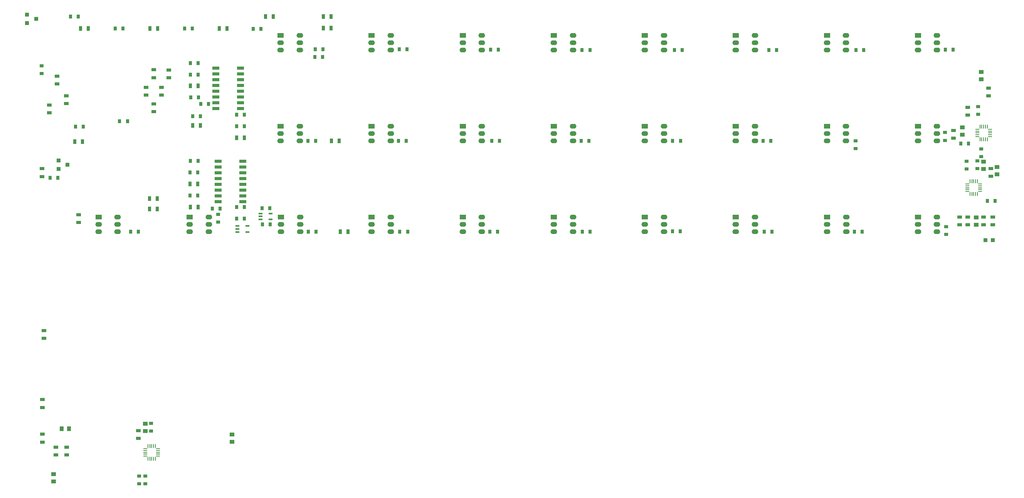
<source format=gtp>
%FSLAX33Y33*%
%MOMM*%
%AMRect-W741421-H941421-RO1.000*
21,1,0.741421,0.941421,0.,0.,180*%
%AMRR-H1089615-W1469615-R544807-RO0.000*
21,1,0.380001,1.089615,0.,0.,360*
21,1,1.469615,0.000001,0.,0.,360*
1,1,1.089614,-0.1900005,0.0000005*
1,1,1.089614,0.1900005,0.0000005*
1,1,1.089614,0.1900005,-0.0000005*
1,1,1.089614,-0.1900005,-0.0000005*%
%AMRR-H192474-W893701-R96237-RO0.000*
21,1,0.701227,0.192474,0.,0.,360*
1,1,0.192474,-0.3506135,0.*
1,1,0.192474,0.3506135,0.*
1,1,0.192474,0.3506135,-0.*
1,1,0.192474,-0.3506135,0.*%
%AMRR-H893701-W192474-R96237-RO0.000*
21,1,0.192474,0.701227,0.,0.,360*
1,1,0.192474,0.,0.3506135*
1,1,0.192474,0.,0.3506135*
1,1,0.192474,0.,-0.3506135*
1,1,0.192474,-0.,-0.3506135*%
%AMRect-W670710-H870710-RO0.500*
21,1,0.67071,0.87071,0.,0.,270*%
%AMRect-W741421-H941421-RO1.500*
21,1,0.741421,0.941421,0.,0.,90*%
%AMRect-W800000-H900000-RO0.500*
21,1,0.8,0.9,0.,0.,270*%
%AMRect-W350000-H850000-RO0.500*
21,1,0.35,0.85,0.,0.,270*%
%AMRect-W741421-H941421-RO0.500*
21,1,0.741421,0.941421,0.,0.,270*%
%AMRect-W670710-H870710-RO1.000*
21,1,0.67071,0.87071,0.,0.,180*%
%AMRect-W670710-H870710-RO1.500*
21,1,0.67071,0.87071,0.,0.,90*%
%AMRect-W842120-H941421-RO1.500*
21,1,0.84212,0.941421,0.,0.,90*%
%AMRect-W893701-H192474-RO1.000*
21,1,0.893701,0.192474,0.,0.,180*%
%AMRR-H192474-W893701-R96237-RO1.000*
21,1,0.701227,0.192474,0.,0.,180*
1,1,0.192474,0.3506135,-0.*
1,1,0.192474,-0.3506135,-0.*
1,1,0.192474,-0.3506135,0.*
1,1,0.192474,0.3506135,0.*%
%AMRR-H893701-W192474-R96237-RO1.000*
21,1,0.192474,0.701227,0.,0.,180*
1,1,0.192474,0.,-0.3506135*
1,1,0.192474,-0.,-0.3506135*
1,1,0.192474,-0.,0.3506135*
1,1,0.192474,0.,0.3506135*%
%AMRect-W842120-H941421-RO1.000*
21,1,0.84212,0.941421,0.,0.,180*%
%AMRect-W600000-H1500000-RO1.500*
21,1,0.6,1.5,0.,0.,90*%
%AMRect-W842120-H941421-RO0.500*
21,1,0.84212,0.941421,0.,0.,270*%
%ADD10Rect-W741421-H941421-RO1.000*%
%ADD11R,0.67071X0.87071*%
%ADD12R,1.469615X1.089615*%
%ADD13RR-H1089615-W1469615-R544807-RO0.000*%
%ADD14R,0.741421X0.941421*%
%ADD15R,0.893701X0.192474*%
%ADD16RR-H192474-W893701-R96237-RO0.000*%
%ADD17RR-H893701-W192474-R96237-RO0.000*%
%ADD18Rect-W670710-H870710-RO0.500*%
%ADD19Rect-W741421-H941421-RO1.500*%
%ADD20Rect-W800000-H900000-RO0.500*%
%ADD21Rect-W350000-H850000-RO0.500*%
%ADD22Rect-W741421-H941421-RO0.500*%
%ADD23Rect-W670710-H870710-RO1.000*%
%ADD24Rect-W670710-H870710-RO1.500*%
%ADD25Rect-W842120-H941421-RO1.500*%
%ADD26Rect-W893701-H192474-RO1.000*%
%ADD27RR-H192474-W893701-R96237-RO1.000*%
%ADD28RR-H893701-W192474-R96237-RO1.000*%
%ADD29Rect-W842120-H941421-RO1.000*%
%ADD30Rect-W600000-H1500000-RO1.500*%
%ADD31Rect-W842120-H941421-RO0.500*%
%ADD32R,0.84212X0.941421*%
D10*
%LNtop paste_traces*%
%LNtop paste component 2cb417fd89b64ff1*%
G01*
X68985Y125755D03*
X67285Y125755D03*
%LNtop paste component cb32256eb6e29e30*%
D11*
X84075Y78445D03*
X85775Y78445D03*
%LNtop paste component 50e8ad344c7d4b8f*%
D12*
X177900Y101645D03*
D13*
X182100Y98445D03*
X177900Y98445D03*
X182100Y101645D03*
X182100Y100045D03*
X177900Y100045D03*
%LNtop paste component 87d4757989b5faab*%
D14*
X48204Y104205D03*
X49904Y104205D03*
%LNtop paste component ac3db5670584ae1c*%
D15*
X210936Y100975D03*
D16*
X210936Y100575D03*
X210936Y100175D03*
X210936Y99775D03*
X210936Y99375D03*
X213714Y99375D03*
X213714Y99775D03*
X213714Y100175D03*
X213714Y100575D03*
X213714Y100975D03*
D17*
X211525Y98786D03*
X211925Y98786D03*
X212325Y98786D03*
X212725Y98786D03*
X213125Y98786D03*
X213125Y101564D03*
X212725Y101564D03*
X212325Y101564D03*
X211925Y101564D03*
X211525Y101564D03*
%LNtop paste component b027ff144b44c17e*%
D18*
X211793Y96669D03*
X211793Y94969D03*
%LNtop paste component 208970e27ef767f2*%
D12*
X97900Y121645D03*
D13*
X102100Y118445D03*
X97900Y118445D03*
X102100Y121645D03*
X102100Y120045D03*
X97900Y120045D03*
%LNtop paste component e6c093e4fb0ef7fd*%
D12*
X137900Y101645D03*
D13*
X142100Y98445D03*
X137900Y98445D03*
X142100Y101645D03*
X142100Y100045D03*
X137900Y100045D03*
%LNtop paste component 7f1e47caf152ae98*%
D11*
X65480Y118554D03*
X67180Y118554D03*
%LNtop paste component 58a1288a180aeb08*%
D19*
X207025Y79938D03*
X207025Y81638D03*
%LNtop paste component 101642b7feb7559f*%
D11*
X63950Y78450D03*
X65650Y78450D03*
%LNtop paste component 4aa0ec8f7d4abd44*%
X104300Y98445D03*
X106000Y98445D03*
%LNtop paste component 5dcb23a1593b6b07*%
D20*
X2200Y126200D03*
X2200Y124300D03*
X4200Y125250D03*
%LNtop paste component b89bd2635b4bd775*%
D11*
X165125Y118450D03*
X166825Y118450D03*
%LNtop paste component 4039f8620c22d145*%
D18*
X184200Y98445D03*
X184200Y96745D03*
%LNtop paste component 39d65e26780576d4*%
D11*
X164150Y78445D03*
X165850Y78445D03*
%LNtop paste component d38423d823e8d2e1*%
D12*
X17900Y81645D03*
D13*
X22100Y78445D03*
X17900Y78445D03*
X22100Y81645D03*
X22100Y80045D03*
X17900Y80045D03*
%LNtop paste component 6f74c3785349d0d5*%
D11*
X124175Y78445D03*
X125875Y78445D03*
%LNtop paste component 26c1b4b607a29686*%
D18*
X5375Y114925D03*
X5375Y113225D03*
%LNtop paste component 2828c7dc829828af*%
D21*
X53440Y81145D03*
X53440Y81795D03*
X53440Y82445D03*
X55640Y82445D03*
X55640Y81145D03*
%LNtop paste component 19b7ae7034783336*%
D22*
X214348Y81705D03*
X214348Y80005D03*
%LNtop paste component 3cf36ddb64d95e52*%
D19*
X212350Y80005D03*
X212350Y81705D03*
%LNtop paste component 8ce11e64e60d2ce9*%
D11*
X144000Y78554D03*
X145700Y78554D03*
%LNtop paste component ab15ae813f6f3aa1*%
X184275Y118450D03*
X185975Y118450D03*
%LNtop paste component 0e368f23a025e6cc*%
X63900Y98445D03*
X65600Y98445D03*
%LNtop paste component 01c29c7f8cfffb4b*%
X83950Y118575D03*
X85650Y118575D03*
%LNtop paste component 5ebd81450b63c694*%
D12*
X37900Y81645D03*
D13*
X42100Y78445D03*
X37900Y78445D03*
X42100Y81645D03*
X42100Y80045D03*
X37900Y80045D03*
%LNtop paste component e85196ca949464c4*%
D23*
X42083Y106525D03*
X40383Y106525D03*
%LNtop paste component ab6498ba432a0b55*%
D14*
X12850Y101525D03*
X14550Y101525D03*
%LNtop paste component 4f76a2a9eaa2a2fe*%
D12*
X97900Y101645D03*
D13*
X102100Y98445D03*
X97900Y98445D03*
X102100Y101645D03*
X102100Y100045D03*
X97900Y100045D03*
%LNtop paste component 2e9ef28c2831b1bc*%
D12*
X57972Y81645D03*
D13*
X62172Y78445D03*
X57972Y78445D03*
X62172Y81645D03*
X62172Y80045D03*
X57972Y80045D03*
%LNtop paste component 28689b4c8158a79f*%
D10*
X72700Y78445D03*
X71000Y78445D03*
%LNtop paste component 7b562a51c2d66994*%
D11*
X104050Y118475D03*
X105750Y118475D03*
%LNtop paste component 5743672455e10ca4*%
D19*
X28325Y108466D03*
X28325Y110166D03*
%LNtop paste component 44887bd3d44aa71f*%
D22*
X8745Y112675D03*
X8745Y110975D03*
%LNtop paste component 5baf418b44386f3e*%
D10*
X40298Y101841D03*
X38598Y101841D03*
%LNtop paste component 58ee9cc3f79133a6*%
X30850Y123190D03*
X29150Y123190D03*
%LNtop paste component 98269289897f6ba6*%
D18*
X210985Y94005D03*
X210985Y92305D03*
%LNtop paste component a86400f42089c71c*%
D11*
X144025Y98445D03*
X145725Y98445D03*
%LNtop paste component e784ba3ac1935508*%
D19*
X31700Y108466D03*
X31700Y110166D03*
%LNtop paste component c74a98aa77dc13b3*%
D11*
X24930Y78445D03*
X26630Y78445D03*
%LNtop paste component 236cb1eea3aa65ef*%
D14*
X48200Y83885D03*
X49900Y83885D03*
%LNtop paste component 43a2ab67652ac8d7*%
D24*
X203875Y98550D03*
X203875Y100250D03*
%LNtop paste component af7c4f35f2bc9333*%
D25*
X210717Y79955D03*
X210717Y81554D03*
%LNtop paste component b8b07e4af1db7061*%
D10*
X56285Y125755D03*
X54585Y125755D03*
%LNtop paste component 4084996067ccbf65*%
D26*
X211539Y87325D03*
D27*
X211539Y87725D03*
X211539Y88125D03*
X211539Y88525D03*
X211539Y88925D03*
X208761Y88925D03*
X208761Y88525D03*
X208761Y88125D03*
X208761Y87725D03*
X208761Y87325D03*
D28*
X210950Y89514D03*
X210550Y89514D03*
X210150Y89514D03*
X209750Y89514D03*
X209350Y89514D03*
X209350Y86736D03*
X209750Y86736D03*
X210150Y86736D03*
X210550Y86736D03*
X210950Y86736D03*
%LNtop paste component 110faed1cc146b02*%
D19*
X33300Y112326D03*
X33300Y114026D03*
%LNtop paste component 54d0f928f7385337*%
D21*
X48400Y78400D03*
X48400Y79050D03*
X48400Y79700D03*
X50600Y79700D03*
X50600Y78400D03*
%LNtop paste component 22e543a28086d96e*%
D10*
X68985Y123215D03*
X67285Y123215D03*
%LNtop paste component 0711ebfc8202c0ed*%
D11*
X144400Y118425D03*
X146100Y118425D03*
%LNtop paste component ffb1b8a22baaf954*%
D20*
X9085Y94150D03*
X9085Y92250D03*
X11085Y93200D03*
%LNtop paste component 116d0418d04e5f4f*%
D11*
X103850Y78455D03*
X105550Y78455D03*
%LNtop paste component 422269f795c4b49e*%
D25*
X47200Y32250D03*
X47200Y33850D03*
%LNtop paste component 14933e70956be4d4*%
D29*
X11396Y35094D03*
X9797Y35094D03*
%LNtop paste component a9a86f59fad873e5*%
D18*
X28173Y24715D03*
X28173Y23015D03*
%LNtop paste component b8f167eb817f45c9*%
D22*
X13490Y82145D03*
X13490Y80445D03*
%LNtop paste component 8d538f7f95303938*%
D30*
X49575Y85030D03*
X49575Y86300D03*
X49575Y87570D03*
X49575Y88840D03*
X49575Y90110D03*
X49575Y91380D03*
X49575Y92650D03*
X49575Y93920D03*
X44175Y93920D03*
X44175Y92650D03*
X44175Y91380D03*
X44175Y90110D03*
X44175Y88840D03*
X44175Y87570D03*
X44175Y86300D03*
X44175Y85030D03*
%LNtop paste component 8d773e40d9ff8c97*%
D14*
X51867Y123047D03*
X53567Y123047D03*
%LNtop paste component 362fc440c7609de4*%
D12*
X77900Y121645D03*
D13*
X82100Y118445D03*
X77900Y118445D03*
X82100Y121645D03*
X82100Y120045D03*
X77900Y120045D03*
%LNtop paste component 22777a1fd5ef78f6*%
D12*
X157900Y81645D03*
D13*
X162100Y78445D03*
X157900Y78445D03*
X162100Y81645D03*
X162100Y80045D03*
X157900Y80045D03*
%LNtop paste component e2b7cb41e3b42ff7*%
D11*
X207340Y97827D03*
X209040Y97827D03*
%LNtop paste component 1b8cbfd094050d32*%
D12*
X97900Y81645D03*
D13*
X102100Y78445D03*
X97900Y78445D03*
X102100Y81645D03*
X102100Y80045D03*
X97900Y80045D03*
%LNtop paste component f89053a2e4f60840*%
D22*
X5560Y33875D03*
X5560Y32175D03*
%LNtop paste component 76f14d7369327f0d*%
D18*
X211090Y105990D03*
X211090Y104290D03*
%LNtop paste component 5a332b9c7c6b454e*%
D19*
X8500Y29310D03*
X8500Y31010D03*
%LNtop paste component 3d096520bff5873b*%
D22*
X205725Y100745D03*
X205725Y99045D03*
%LNtop paste component 0b32193e593047df*%
D12*
X177950Y81650D03*
D13*
X182150Y78450D03*
X177950Y78450D03*
X182150Y81650D03*
X182150Y80050D03*
X177950Y80050D03*
%LNtop paste component 4260d80dac0f261d*%
D14*
X36770Y123190D03*
X38470Y123190D03*
%LNtop paste component cb78a816f7b119bb*%
D31*
X8029Y25075D03*
X8029Y23475D03*
%LNtop paste component 3244838e2437b951*%
D22*
X5850Y56710D03*
X5850Y55010D03*
%LNtop paste component 4d63013c9b8810b0*%
D31*
X28138Y36177D03*
X28138Y34577D03*
%LNtop paste component 9606dd0b3b4181df*%
D24*
X44175Y80590D03*
X44175Y82290D03*
%LNtop paste component 4705e07a40114c09*%
D14*
X37999Y86425D03*
X39699Y86425D03*
%LNtop paste component b486b3018109de37*%
D12*
X177900Y121645D03*
D13*
X182100Y118445D03*
X177900Y118445D03*
X182100Y121645D03*
X182100Y120045D03*
X177900Y120045D03*
%LNtop paste component 01015ca45b8bb0bc*%
D10*
X70775Y98455D03*
X69075Y98455D03*
%LNtop paste component ef78370791fd3d8b*%
X39699Y88965D03*
X37999Y88965D03*
%LNtop paste component e572c9809e58cf0f*%
D12*
X117900Y101645D03*
D13*
X122100Y98445D03*
X117900Y98445D03*
X122100Y101645D03*
X122100Y100045D03*
X117900Y100045D03*
%LNtop paste component 2acf0be01d619105*%
D12*
X77900Y81645D03*
D13*
X82100Y78445D03*
X77900Y78445D03*
X82100Y81645D03*
X82100Y80045D03*
X77900Y80045D03*
%LNtop paste component 095b313a13a9a07c*%
D14*
X11725Y125755D03*
X13425Y125755D03*
%LNtop paste component 6df6cc68a2bdf09c*%
D11*
X124125Y118425D03*
X125825Y118425D03*
%LNtop paste component ad1c61057d5f85b7*%
D12*
X197900Y81645D03*
D13*
X202100Y78445D03*
X197900Y78445D03*
X202100Y81645D03*
X202100Y80045D03*
X197900Y80045D03*
%LNtop paste component 0cff4b9a53bad90f*%
D12*
X157900Y121645D03*
D13*
X162100Y118445D03*
X157900Y118445D03*
X162100Y121645D03*
X162100Y120045D03*
X157900Y120045D03*
%LNtop paste component ca5038e2ccbbc460*%
D12*
X197900Y121645D03*
D13*
X202100Y118445D03*
X197900Y118445D03*
X202100Y121645D03*
X202100Y120045D03*
X197900Y120045D03*
%LNtop paste component e20cf9e83588ac86*%
D32*
X212699Y76581D03*
X214299Y76581D03*
%LNtop paste component cdeab23590330a90*%
D10*
X15610Y123190D03*
X13910Y123190D03*
%LNtop paste component 00c8401b6cf4bd8f*%
D18*
X204125Y79567D03*
X204125Y77867D03*
%LNtop paste component 2e51914d959c2cec*%
D14*
X21530Y123190D03*
X23230Y123190D03*
%LNtop paste component 9fbf70fbd30795f4*%
D11*
X53890Y80045D03*
X55590Y80045D03*
%LNtop paste component 1aa80e2305d3c3f5*%
D14*
X65396Y116850D03*
X67096Y116850D03*
%LNtop paste component 4385ecd621abcfb4*%
D11*
X53775Y83625D03*
X55475Y83625D03*
%LNtop paste component 7916e5d6367009bd*%
D15*
X28161Y30675D03*
D16*
X28161Y30275D03*
X28161Y29875D03*
X28161Y29475D03*
X28161Y29075D03*
X30939Y29075D03*
X30939Y29475D03*
X30939Y29875D03*
X30939Y30275D03*
X30939Y30675D03*
D17*
X28750Y28486D03*
X29150Y28486D03*
X29550Y28486D03*
X29950Y28486D03*
X30350Y28486D03*
X30350Y31264D03*
X29950Y31264D03*
X29550Y31264D03*
X29150Y31264D03*
X28750Y31264D03*
%LNtop paste component e8b37e7f08e4b4ce*%
D10*
X49904Y99125D03*
X48204Y99125D03*
%LNtop paste component 3da4608edc6e80ef*%
D23*
X214856Y85200D03*
X213156Y85200D03*
%LNtop paste component 1376364b9f4b7526*%
D30*
X49075Y105555D03*
X49075Y106825D03*
X49075Y108095D03*
X49075Y109365D03*
X49075Y110635D03*
X49075Y111905D03*
X49075Y113175D03*
X49075Y114445D03*
X43675Y114445D03*
X43675Y113175D03*
X43675Y111905D03*
X43675Y110635D03*
X43675Y109365D03*
X43675Y108095D03*
X43675Y106825D03*
X43675Y105555D03*
%LNtop paste component 7e7211f8812d17fd*%
D24*
X26775Y23015D03*
X26775Y24715D03*
%LNtop paste component 7d0a4e2d061378cf*%
D10*
X39748Y83885D03*
X38048Y83885D03*
%LNtop paste component 264957ead632d6c1*%
X30799Y85725D03*
X29099Y85725D03*
%LNtop paste component bfe6143774099665*%
D14*
X38048Y94045D03*
X39748Y94045D03*
%LNtop paste component c1f03332e9856203*%
D22*
X10860Y31010D03*
X10860Y29310D03*
%LNtop paste component db7c6cb3d87cf7fe*%
D12*
X137900Y81645D03*
D13*
X142100Y78445D03*
X137900Y78445D03*
X142100Y81645D03*
X142100Y80045D03*
X137900Y80045D03*
%LNtop paste component 45386d5e65213c57*%
D19*
X5540Y39790D03*
X5540Y41490D03*
%LNtop paste component ab2fc442c780097c*%
D25*
X211800Y111951D03*
X211800Y113550D03*
%LNtop paste component a3a28f654af52e6d*%
X207635Y99775D03*
X207635Y101374D03*
%LNtop paste component c928a8fc3e3d20d2*%
D12*
X77900Y101645D03*
D13*
X82100Y98445D03*
X77900Y98445D03*
X82100Y101645D03*
X82100Y100045D03*
X77900Y100045D03*
%LNtop paste component b3d7406c263ee182*%
D12*
X157900Y101645D03*
D13*
X162100Y98445D03*
X157900Y98445D03*
X162100Y101645D03*
X162100Y100045D03*
X157900Y100045D03*
%LNtop paste component 652fff0cf240bfb2*%
D31*
X212296Y93825D03*
X212296Y92225D03*
%LNtop paste component 707e6c11d1cca362*%
D14*
X48204Y101665D03*
X49904Y101665D03*
%LNtop paste component 92ba980cb6ada6c2*%
D12*
X57900Y121645D03*
D13*
X62100Y118445D03*
X57900Y118445D03*
X62100Y121645D03*
X62100Y120045D03*
X57900Y120045D03*
%LNtop paste component 5b22a68f09ffcba4*%
D19*
X26613Y32961D03*
X26613Y34661D03*
%LNtop paste component 5f39a1bbc8e10a34*%
D18*
X29451Y36262D03*
X29451Y34562D03*
%LNtop paste component d3b47e90c0a44aba*%
D19*
X30000Y112351D03*
X30000Y114051D03*
%LNtop paste component 17d3a0ee983cedc9*%
D14*
X37999Y91505D03*
X39699Y91505D03*
%LNtop paste component 7c5862ef05c6b57e*%
D22*
X30000Y106596D03*
X30000Y104896D03*
%LNtop paste component d66d5715dd5ea0f6*%
D11*
X183912Y78450D03*
X185612Y78450D03*
%LNtop paste component 3ee2067a7940f73c*%
D14*
X38040Y112992D03*
X39740Y112992D03*
%LNtop paste component c3bb4e8e86108661*%
D12*
X117900Y81645D03*
D13*
X122100Y78445D03*
X117900Y78445D03*
X122100Y81645D03*
X122100Y80045D03*
X117900Y80045D03*
%LNtop paste component 1090ed080a1beb2c*%
D11*
X83800Y98445D03*
X85500Y98445D03*
%LNtop paste component d72e272e4740b0c6*%
D22*
X10800Y108310D03*
X10800Y106610D03*
%LNtop paste component 49beb2a2a790b48d*%
D19*
X213925Y90615D03*
X213925Y92315D03*
%LNtop paste component 66a2352ef12547e6*%
D10*
X14400Y98275D03*
X12700Y98275D03*
%LNtop paste component f2b8dcf9fc5b61b9*%
D11*
X203900Y118500D03*
X205600Y118500D03*
%LNtop paste component ddb2af37f6a94b60*%
D12*
X57900Y101645D03*
D13*
X62100Y98445D03*
X57900Y98445D03*
X62100Y101645D03*
X62100Y100045D03*
X57900Y100045D03*
%LNtop paste component b52b50502c51dacb*%
D12*
X197900Y101645D03*
D13*
X202100Y98445D03*
X197900Y98445D03*
X202100Y101645D03*
X202100Y100045D03*
X197900Y100045D03*
%LNtop paste component afb2019f5953c4e2*%
D14*
X38119Y107997D03*
X39819Y107997D03*
%LNtop paste component 807992e83262e177*%
D12*
X117900Y121645D03*
D13*
X122100Y118445D03*
X117900Y118445D03*
X122100Y121645D03*
X122100Y120045D03*
X117900Y120045D03*
%LNtop paste component e7393894ce705798*%
D14*
X38598Y103825D03*
X40298Y103825D03*
%LNtop paste component e182ecc0a0b9ab00*%
D11*
X163850Y98445D03*
X165550Y98445D03*
%LNtop paste component 9838140f6d8fc3a3*%
D10*
X30750Y83425D03*
X29050Y83425D03*
%LNtop paste component 19f5bff069822602*%
D24*
X208590Y92210D03*
X208590Y93910D03*
%LNtop paste component 2855dc77c2e8dde1*%
D11*
X7265Y90315D03*
X8965Y90315D03*
%LNtop paste component 4de6dc9ddc697575*%
D22*
X213404Y110040D03*
X213404Y108340D03*
%LNtop paste component e90434b9302ec0b9*%
D14*
X38040Y115541D03*
X39740Y115541D03*
%LNtop paste component 76e5300c46c5832f*%
D25*
X215265Y91098D03*
X215265Y92697D03*
%LNtop paste component 42107fc99cd43302*%
D14*
X22525Y102781D03*
X24225Y102781D03*
%LNtop paste component fca1a590c33dcb53*%
D22*
X5450Y92290D03*
X5450Y90590D03*
%LNtop paste component 175f9e2f385f0166*%
D19*
X208875Y104125D03*
X208875Y105825D03*
%LNtop paste component ed63482871275af4*%
D10*
X46090Y123190D03*
X44390Y123190D03*
%LNtop paste component 037ab21f56739a3d*%
D11*
X123900Y98445D03*
X125600Y98445D03*
%LNtop paste component 4cda8897de2b8f63*%
D10*
X39740Y110537D03*
X38040Y110537D03*
%LNtop paste component cf01b5d8126ae9b4*%
D12*
X137900Y121645D03*
D13*
X142100Y118445D03*
X137900Y118445D03*
X142100Y121645D03*
X142100Y120045D03*
X137900Y120045D03*
%LNtop paste component fcb33d2da6a8351b*%
D19*
X208879Y79938D03*
X208879Y81638D03*
%LNtop paste component 58632b713c9df017*%
D11*
X42890Y83550D03*
X44590Y83550D03*
%LNtop paste component f8200634cbf82353*%
D14*
X48200Y81345D03*
X49900Y81345D03*
%LNtop paste component 32cc1e32022eae04*%
D19*
X7050Y104625D03*
X7050Y106325D03*
M02*
</source>
